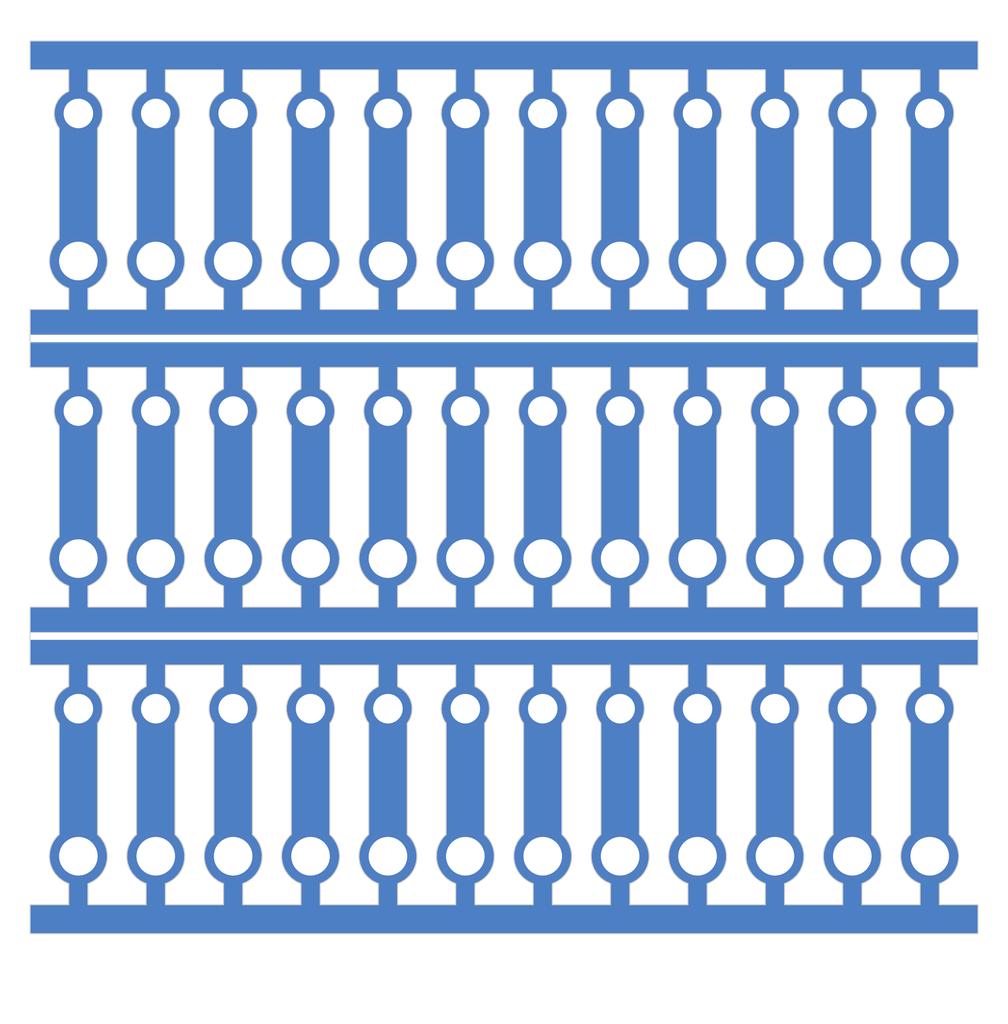
<source format=kicad_pcb>
(kicad_pcb (version 20171130) (host pcbnew "(5.1.10)-1")
  (layers (0 F.Cu signal) (31 B.Cu signal) (34 B.Paste user hide) (35 F.Paste user hide) (36 B.SilkS user) (37 F.SilkS user) (38 B.Mask user) (39 F.Mask user) (44 Edge.Cuts user))
  (net 0 "")
  (net 1 GND)
  (module sanproject-keyboard-part:ShimsSmallHolles (layer F.Cu) (at 93 68.979999)
    (fp_text reference J1)
    (fp_text value Conn_01x01_Male)
    (pad 1 thru_hole circle (at 0 0) (size 4 4) (drill 3.048) (layers *.Cu *.Mask) (net 1 GND))
  )
  (module sanproject-keyboard-part:ShimsSmallHolles (layer F.Cu) (at 85 68.979999)
    (fp_text reference J1)
    (fp_text value Conn_01x01_Male)
    (pad 1 thru_hole circle (at 0 0) (size 4 4) (drill 3.048) (layers *.Cu *.Mask) (net 1 GND))
  )
  (module sanproject-keyboard-part:ShimsSmallHolles (layer F.Cu) (at 77 68.979999)
    (fp_text reference J1)
    (fp_text value Conn_01x01_Male)
    (pad 1 thru_hole circle (at 0 0) (size 4 4) (drill 3.048) (layers *.Cu *.Mask) (net 1 GND))
  )
  (module sanproject-keyboard-part:ShimsSmallHolles (layer F.Cu) (at 69 68.979999)
    (fp_text reference J1)
    (fp_text value Conn_01x01_Male)
    (pad 1 thru_hole circle (at 0 0) (size 4 4) (drill 3.048) (layers *.Cu *.Mask) (net 1 GND))
  )
  (module sanproject-keyboard-part:ShimsSmallHolles (layer F.Cu) (at 61 68.979999)
    (fp_text reference J1)
    (fp_text value Conn_01x01_Male)
    (pad 1 thru_hole circle (at 0 0) (size 4 4) (drill 3.048) (layers *.Cu *.Mask) (net 1 GND))
  )
  (module sanproject-keyboard-part:ShimsSmallHolles (layer F.Cu) (at 53 68.979999)
    (fp_text reference J1)
    (fp_text value Conn_01x01_Male)
    (pad 1 thru_hole circle (at 0 0) (size 4 4) (drill 3.048) (layers *.Cu *.Mask) (net 1 GND))
  )
  (module sanproject-keyboard-part:ShimsSmallHolles (layer F.Cu) (at 45 68.979999)
    (fp_text reference J1)
    (fp_text value Conn_01x01_Male)
    (pad 1 thru_hole circle (at 0 0) (size 4 4) (drill 3.048) (layers *.Cu *.Mask) (net 1 GND))
  )
  (module sanproject-keyboard-part:ShimsSmallHolles (layer F.Cu) (at 37 68.979999)
    (fp_text reference J1)
    (fp_text value Conn_01x01_Male)
    (pad 1 thru_hole circle (at 0 0) (size 4 4) (drill 3.048) (layers *.Cu *.Mask) (net 1 GND))
  )
  (module sanproject-keyboard-part:ShimsSmallHolles (layer F.Cu) (at 29 68.979999)
    (fp_text reference J1)
    (fp_text value Conn_01x01_Male)
    (pad 1 thru_hole circle (at 0 0) (size 4 4) (drill 3.048) (layers *.Cu *.Mask) (net 1 GND))
  )
  (module sanproject-keyboard-part:ShimsSmallHolles (layer F.Cu) (at 21 68.979999)
    (fp_text reference J1)
    (fp_text value Conn_01x01_Male)
    (pad 1 thru_hole circle (at 0 0) (size 4 4) (drill 3.048) (layers *.Cu *.Mask) (net 1 GND))
  )
  (module sanproject-keyboard-part:ShimsSmallHolles (layer F.Cu) (at 13 68.979999)
    (fp_text reference J1)
    (fp_text value Conn_01x01_Male)
    (pad 1 thru_hole circle (at 0 0) (size 4 4) (drill 3.048) (layers *.Cu *.Mask) (net 1 GND))
  )
  (module sanproject-keyboard-part:ShimsSmallHolles (layer F.Cu) (at 5 68.979999)
    (fp_text reference J1)
    (fp_text value Conn_01x01_Male)
    (pad 1 thru_hole circle (at 0 0) (size 4 4) (drill 3.048) (layers *.Cu *.Mask) (net 1 GND))
  )
  (module sanproject-keyboard-part:ShimsSmallHolles (layer F.Cu) (at 93 38.239999)
    (fp_text reference J1)
    (fp_text value Conn_01x01_Male)
    (pad 1 thru_hole circle (at 0 0) (size 4 4) (drill 3.048) (layers *.Cu *.Mask) (net 1 GND))
  )
  (module sanproject-keyboard-part:ShimsSmallHolles (layer F.Cu) (at 85 38.239999)
    (fp_text reference J1)
    (fp_text value Conn_01x01_Male)
    (pad 1 thru_hole circle (at 0 0) (size 4 4) (drill 3.048) (layers *.Cu *.Mask) (net 1 GND))
  )
  (module sanproject-keyboard-part:ShimsSmallHolles (layer F.Cu) (at 77 38.239999)
    (fp_text reference J1)
    (fp_text value Conn_01x01_Male)
    (pad 1 thru_hole circle (at 0 0) (size 4 4) (drill 3.048) (layers *.Cu *.Mask) (net 1 GND))
  )
  (module sanproject-keyboard-part:ShimsSmallHolles (layer F.Cu) (at 69 38.239999)
    (fp_text reference J1)
    (fp_text value Conn_01x01_Male)
    (pad 1 thru_hole circle (at 0 0) (size 4 4) (drill 3.048) (layers *.Cu *.Mask) (net 1 GND))
  )
  (module sanproject-keyboard-part:ShimsSmallHolles (layer F.Cu) (at 61 38.239999)
    (fp_text reference J1)
    (fp_text value Conn_01x01_Male)
    (pad 1 thru_hole circle (at 0 0) (size 4 4) (drill 3.048) (layers *.Cu *.Mask) (net 1 GND))
  )
  (module sanproject-keyboard-part:ShimsSmallHolles (layer F.Cu) (at 53 38.239999)
    (fp_text reference J1)
    (fp_text value Conn_01x01_Male)
    (pad 1 thru_hole circle (at 0 0) (size 4 4) (drill 3.048) (layers *.Cu *.Mask) (net 1 GND))
  )
  (module sanproject-keyboard-part:ShimsSmallHolles (layer F.Cu) (at 45 38.239999)
    (fp_text reference J1)
    (fp_text value Conn_01x01_Male)
    (pad 1 thru_hole circle (at 0 0) (size 4 4) (drill 3.048) (layers *.Cu *.Mask) (net 1 GND))
  )
  (module sanproject-keyboard-part:ShimsSmallHolles (layer F.Cu) (at 37 38.239999)
    (fp_text reference J1)
    (fp_text value Conn_01x01_Male)
    (pad 1 thru_hole circle (at 0 0) (size 4 4) (drill 3.048) (layers *.Cu *.Mask) (net 1 GND))
  )
  (module sanproject-keyboard-part:ShimsSmallHolles (layer F.Cu) (at 29 38.239999)
    (fp_text reference J1)
    (fp_text value Conn_01x01_Male)
    (pad 1 thru_hole circle (at 0 0) (size 4 4) (drill 3.048) (layers *.Cu *.Mask) (net 1 GND))
  )
  (module sanproject-keyboard-part:ShimsSmallHolles (layer F.Cu) (at 21 38.239999)
    (fp_text reference J1)
    (fp_text value Conn_01x01_Male)
    (pad 1 thru_hole circle (at 0 0) (size 4 4) (drill 3.048) (layers *.Cu *.Mask) (net 1 GND))
  )
  (module sanproject-keyboard-part:ShimsSmallHolles (layer F.Cu) (at 13 38.239999)
    (fp_text reference J1)
    (fp_text value Conn_01x01_Male)
    (pad 1 thru_hole circle (at 0 0) (size 4 4) (drill 3.048) (layers *.Cu *.Mask) (net 1 GND))
  )
  (module sanproject-keyboard-part:ShimsSmallHolles (layer F.Cu) (at 5 38.239999)
    (fp_text reference J1)
    (fp_text value Conn_01x01_Male)
    (pad 1 thru_hole circle (at 0 0) (size 4 4) (drill 3.048) (layers *.Cu *.Mask) (net 1 GND))
  )
  (module sanproject-keyboard-part:ShimsSmallHolles (layer F.Cu) (at 93 7.499999)
    (fp_text reference J1)
    (fp_text value Conn_01x01_Male)
    (pad 1 thru_hole circle (at 0 0) (size 4 4) (drill 3.048) (layers *.Cu *.Mask) (net 1 GND))
  )
  (module sanproject-keyboard-part:ShimsSmallHolles (layer F.Cu) (at 85 7.499999)
    (fp_text reference J1)
    (fp_text value Conn_01x01_Male)
    (pad 1 thru_hole circle (at 0 0) (size 4 4) (drill 3.048) (layers *.Cu *.Mask) (net 1 GND))
  )
  (module sanproject-keyboard-part:ShimsSmallHolles (layer F.Cu) (at 77 7.499999)
    (fp_text reference J1)
    (fp_text value Conn_01x01_Male)
    (pad 1 thru_hole circle (at 0 0) (size 4 4) (drill 3.048) (layers *.Cu *.Mask) (net 1 GND))
  )
  (module sanproject-keyboard-part:ShimsSmallHolles (layer F.Cu) (at 69 7.499999)
    (fp_text reference J1)
    (fp_text value Conn_01x01_Male)
    (pad 1 thru_hole circle (at 0 0) (size 4 4) (drill 3.048) (layers *.Cu *.Mask) (net 1 GND))
  )
  (module sanproject-keyboard-part:ShimsSmallHolles (layer F.Cu) (at 61 7.499999)
    (fp_text reference J1)
    (fp_text value Conn_01x01_Male)
    (pad 1 thru_hole circle (at 0 0) (size 4 4) (drill 3.048) (layers *.Cu *.Mask) (net 1 GND))
  )
  (module sanproject-keyboard-part:ShimsSmallHolles (layer F.Cu) (at 53 7.499999)
    (fp_text reference J1)
    (fp_text value Conn_01x01_Male)
    (pad 1 thru_hole circle (at 0 0) (size 4 4) (drill 3.048) (layers *.Cu *.Mask) (net 1 GND))
  )
  (module sanproject-keyboard-part:ShimsSmallHolles (layer F.Cu) (at 45 7.499999)
    (fp_text reference J1)
    (fp_text value Conn_01x01_Male)
    (pad 1 thru_hole circle (at 0 0) (size 4 4) (drill 3.048) (layers *.Cu *.Mask) (net 1 GND))
  )
  (module sanproject-keyboard-part:ShimsSmallHolles (layer F.Cu) (at 37 7.499999)
    (fp_text reference J1)
    (fp_text value Conn_01x01_Male)
    (pad 1 thru_hole circle (at 0 0) (size 4 4) (drill 3.048) (layers *.Cu *.Mask) (net 1 GND))
  )
  (module sanproject-keyboard-part:ShimsSmallHolles (layer F.Cu) (at 29 7.499999)
    (fp_text reference J1)
    (fp_text value Conn_01x01_Male)
    (pad 1 thru_hole circle (at 0 0) (size 4 4) (drill 3.048) (layers *.Cu *.Mask) (net 1 GND))
  )
  (module sanproject-keyboard-part:ShimsSmallHolles (layer F.Cu) (at 21 7.499999)
    (fp_text reference J1)
    (fp_text value Conn_01x01_Male)
    (pad 1 thru_hole circle (at 0 0) (size 4 4) (drill 3.048) (layers *.Cu *.Mask) (net 1 GND))
  )
  (module sanproject-keyboard-part:ShimsSmallHolles (layer F.Cu) (at 13 7.499999)
    (fp_text reference J1)
    (fp_text value Conn_01x01_Male)
    (pad 1 thru_hole circle (at 0 0) (size 4 4) (drill 3.048) (layers *.Cu *.Mask) (net 1 GND))
  )
  (module sanproject-keyboard-part:ShimsBigHolles (layer F.Cu) (at 92.999999 84.22)
    (fp_text reference J2)
    (fp_text value Conn_01x01_Male)
    (pad 1 thru_hole circle (at 0 0) (size 4.75 4.75) (drill 3.987798) (layers *.Cu *.Mask) (net 1 GND))
  )
  (module sanproject-keyboard-part:ShimsBigHolles (layer F.Cu) (at 84.999999 84.22)
    (fp_text reference J2)
    (fp_text value Conn_01x01_Male)
    (pad 1 thru_hole circle (at 0 0) (size 4.75 4.75) (drill 3.987798) (layers *.Cu *.Mask) (net 1 GND))
  )
  (module sanproject-keyboard-part:ShimsBigHolles (layer F.Cu) (at 76.999999 84.22)
    (fp_text reference J2)
    (fp_text value Conn_01x01_Male)
    (pad 1 thru_hole circle (at 0 0) (size 4.75 4.75) (drill 3.987798) (layers *.Cu *.Mask) (net 1 GND))
  )
  (module sanproject-keyboard-part:ShimsBigHolles (layer F.Cu) (at 68.999999 84.22)
    (fp_text reference J2)
    (fp_text value Conn_01x01_Male)
    (pad 1 thru_hole circle (at 0 0) (size 4.75 4.75) (drill 3.987798) (layers *.Cu *.Mask) (net 1 GND))
  )
  (module sanproject-keyboard-part:ShimsBigHolles (layer F.Cu) (at 60.999999 84.22)
    (fp_text reference J2)
    (fp_text value Conn_01x01_Male)
    (pad 1 thru_hole circle (at 0 0) (size 4.75 4.75) (drill 3.987798) (layers *.Cu *.Mask) (net 1 GND))
  )
  (module sanproject-keyboard-part:ShimsBigHolles (layer F.Cu) (at 52.999999 84.22)
    (fp_text reference J2)
    (fp_text value Conn_01x01_Male)
    (pad 1 thru_hole circle (at 0 0) (size 4.75 4.75) (drill 3.987798) (layers *.Cu *.Mask) (net 1 GND))
  )
  (module sanproject-keyboard-part:ShimsBigHolles (layer F.Cu) (at 44.999999 84.22)
    (fp_text reference J2)
    (fp_text value Conn_01x01_Male)
    (pad 1 thru_hole circle (at 0 0) (size 4.75 4.75) (drill 3.987798) (layers *.Cu *.Mask) (net 1 GND))
  )
  (module sanproject-keyboard-part:ShimsBigHolles (layer F.Cu) (at 36.999999 84.22)
    (fp_text reference J2)
    (fp_text value Conn_01x01_Male)
    (pad 1 thru_hole circle (at 0 0) (size 4.75 4.75) (drill 3.987798) (layers *.Cu *.Mask) (net 1 GND))
  )
  (module sanproject-keyboard-part:ShimsBigHolles (layer F.Cu) (at 28.999999 84.22)
    (fp_text reference J2)
    (fp_text value Conn_01x01_Male)
    (pad 1 thru_hole circle (at 0 0) (size 4.75 4.75) (drill 3.987798) (layers *.Cu *.Mask) (net 1 GND))
  )
  (module sanproject-keyboard-part:ShimsBigHolles (layer F.Cu) (at 20.999999 84.22)
    (fp_text reference J2)
    (fp_text value Conn_01x01_Male)
    (pad 1 thru_hole circle (at 0 0) (size 4.75 4.75) (drill 3.987798) (layers *.Cu *.Mask) (net 1 GND))
  )
  (module sanproject-keyboard-part:ShimsBigHolles (layer F.Cu) (at 12.999999 84.22)
    (fp_text reference J2)
    (fp_text value Conn_01x01_Male)
    (pad 1 thru_hole circle (at 0 0) (size 4.75 4.75) (drill 3.987798) (layers *.Cu *.Mask) (net 1 GND))
  )
  (module sanproject-keyboard-part:ShimsBigHolles (layer F.Cu) (at 4.999999 84.22)
    (fp_text reference J2)
    (fp_text value Conn_01x01_Male)
    (pad 1 thru_hole circle (at 0 0) (size 4.75 4.75) (drill 3.987798) (layers *.Cu *.Mask) (net 1 GND))
  )
  (module sanproject-keyboard-part:ShimsBigHolles (layer F.Cu) (at 92.999999 53.48)
    (fp_text reference J2)
    (fp_text value Conn_01x01_Male)
    (pad 1 thru_hole circle (at 0 0) (size 4.75 4.75) (drill 3.987798) (layers *.Cu *.Mask) (net 1 GND))
  )
  (module sanproject-keyboard-part:ShimsBigHolles (layer F.Cu) (at 84.999999 53.48)
    (fp_text reference J2)
    (fp_text value Conn_01x01_Male)
    (pad 1 thru_hole circle (at 0 0) (size 4.75 4.75) (drill 3.987798) (layers *.Cu *.Mask) (net 1 GND))
  )
  (module sanproject-keyboard-part:ShimsBigHolles (layer F.Cu) (at 76.999999 53.48)
    (fp_text reference J2)
    (fp_text value Conn_01x01_Male)
    (pad 1 thru_hole circle (at 0 0) (size 4.75 4.75) (drill 3.987798) (layers *.Cu *.Mask) (net 1 GND))
  )
  (module sanproject-keyboard-part:ShimsBigHolles (layer F.Cu) (at 68.999999 53.48)
    (fp_text reference J2)
    (fp_text value Conn_01x01_Male)
    (pad 1 thru_hole circle (at 0 0) (size 4.75 4.75) (drill 3.987798) (layers *.Cu *.Mask) (net 1 GND))
  )
  (module sanproject-keyboard-part:ShimsBigHolles (layer F.Cu) (at 60.999999 53.48)
    (fp_text reference J2)
    (fp_text value Conn_01x01_Male)
    (pad 1 thru_hole circle (at 0 0) (size 4.75 4.75) (drill 3.987798) (layers *.Cu *.Mask) (net 1 GND))
  )
  (module sanproject-keyboard-part:ShimsBigHolles (layer F.Cu) (at 52.999999 53.48)
    (fp_text reference J2)
    (fp_text value Conn_01x01_Male)
    (pad 1 thru_hole circle (at 0 0) (size 4.75 4.75) (drill 3.987798) (layers *.Cu *.Mask) (net 1 GND))
  )
  (module sanproject-keyboard-part:ShimsBigHolles (layer F.Cu) (at 44.999999 53.48)
    (fp_text reference J2)
    (fp_text value Conn_01x01_Male)
    (pad 1 thru_hole circle (at 0 0) (size 4.75 4.75) (drill 3.987798) (layers *.Cu *.Mask) (net 1 GND))
  )
  (module sanproject-keyboard-part:ShimsBigHolles (layer F.Cu) (at 36.999999 53.48)
    (fp_text reference J2)
    (fp_text value Conn_01x01_Male)
    (pad 1 thru_hole circle (at 0 0) (size 4.75 4.75) (drill 3.987798) (layers *.Cu *.Mask) (net 1 GND))
  )
  (module sanproject-keyboard-part:ShimsBigHolles (layer F.Cu) (at 28.999999 53.48)
    (fp_text reference J2)
    (fp_text value Conn_01x01_Male)
    (pad 1 thru_hole circle (at 0 0) (size 4.75 4.75) (drill 3.987798) (layers *.Cu *.Mask) (net 1 GND))
  )
  (module sanproject-keyboard-part:ShimsBigHolles (layer F.Cu) (at 20.999999 53.48)
    (fp_text reference J2)
    (fp_text value Conn_01x01_Male)
    (pad 1 thru_hole circle (at 0 0) (size 4.75 4.75) (drill 3.987798) (layers *.Cu *.Mask) (net 1 GND))
  )
  (module sanproject-keyboard-part:ShimsBigHolles (layer F.Cu) (at 12.999999 53.48)
    (fp_text reference J2)
    (fp_text value Conn_01x01_Male)
    (pad 1 thru_hole circle (at 0 0) (size 4.75 4.75) (drill 3.987798) (layers *.Cu *.Mask) (net 1 GND))
  )
  (module sanproject-keyboard-part:ShimsBigHolles (layer F.Cu) (at 4.999999 53.48)
    (fp_text reference J2)
    (fp_text value Conn_01x01_Male)
    (pad 1 thru_hole circle (at 0 0) (size 4.75 4.75) (drill 3.987798) (layers *.Cu *.Mask) (net 1 GND))
  )
  (module sanproject-keyboard-part:ShimsBigHolles (layer F.Cu) (at 92.999999 22.74)
    (fp_text reference J2)
    (fp_text value Conn_01x01_Male)
    (pad 1 thru_hole circle (at 0 0) (size 4.75 4.75) (drill 3.987798) (layers *.Cu *.Mask) (net 1 GND))
  )
  (module sanproject-keyboard-part:ShimsBigHolles (layer F.Cu) (at 84.999999 22.74)
    (fp_text reference J2)
    (fp_text value Conn_01x01_Male)
    (pad 1 thru_hole circle (at 0 0) (size 4.75 4.75) (drill 3.987798) (layers *.Cu *.Mask) (net 1 GND))
  )
  (module sanproject-keyboard-part:ShimsBigHolles (layer F.Cu) (at 76.999999 22.74)
    (fp_text reference J2)
    (fp_text value Conn_01x01_Male)
    (pad 1 thru_hole circle (at 0 0) (size 4.75 4.75) (drill 3.987798) (layers *.Cu *.Mask) (net 1 GND))
  )
  (module sanproject-keyboard-part:ShimsBigHolles (layer F.Cu) (at 68.999999 22.74)
    (fp_text reference J2)
    (fp_text value Conn_01x01_Male)
    (pad 1 thru_hole circle (at 0 0) (size 4.75 4.75) (drill 3.987798) (layers *.Cu *.Mask) (net 1 GND))
  )
  (module sanproject-keyboard-part:ShimsBigHolles (layer F.Cu) (at 60.999999 22.74)
    (fp_text reference J2)
    (fp_text value Conn_01x01_Male)
    (pad 1 thru_hole circle (at 0 0) (size 4.75 4.75) (drill 3.987798) (layers *.Cu *.Mask) (net 1 GND))
  )
  (module sanproject-keyboard-part:ShimsBigHolles (layer F.Cu) (at 52.999999 22.74)
    (fp_text reference J2)
    (fp_text value Conn_01x01_Male)
    (pad 1 thru_hole circle (at 0 0) (size 4.75 4.75) (drill 3.987798) (layers *.Cu *.Mask) (net 1 GND))
  )
  (module sanproject-keyboard-part:ShimsBigHolles (layer F.Cu) (at 44.999999 22.74)
    (fp_text reference J2)
    (fp_text value Conn_01x01_Male)
    (pad 1 thru_hole circle (at 0 0) (size 4.75 4.75) (drill 3.987798) (layers *.Cu *.Mask) (net 1 GND))
  )
  (module sanproject-keyboard-part:ShimsBigHolles (layer F.Cu) (at 36.999999 22.74)
    (fp_text reference J2)
    (fp_text value Conn_01x01_Male)
    (pad 1 thru_hole circle (at 0 0) (size 4.75 4.75) (drill 3.987798) (layers *.Cu *.Mask) (net 1 GND))
  )
  (module sanproject-keyboard-part:ShimsBigHolles (layer F.Cu) (at 28.999999 22.74)
    (fp_text reference J2)
    (fp_text value Conn_01x01_Male)
    (pad 1 thru_hole circle (at 0 0) (size 4.75 4.75) (drill 3.987798) (layers *.Cu *.Mask) (net 1 GND))
  )
  (module sanproject-keyboard-part:ShimsBigHolles (layer F.Cu) (at 20.999999 22.74)
    (fp_text reference J2)
    (fp_text value Conn_01x01_Male)
    (pad 1 thru_hole circle (at 0 0) (size 4.75 4.75) (drill 3.987798) (layers *.Cu *.Mask) (net 1 GND))
  )
  (module sanproject-keyboard-part:ShimsBigHolles (layer F.Cu) (at 12.999999 22.74)
    (fp_text reference J2)
    (fp_text value Conn_01x01_Male)
    (pad 1 thru_hole circle (at 0 0) (size 4.75 4.75) (drill 3.987798) (layers *.Cu *.Mask) (net 1 GND))
  )
  (module sanproject-keyboard-part:ShimsSmallHolles (layer F.Cu) (at 5 7.499999)
    (fp_text reference J1)
    (fp_text value Conn_01x01_Male)
    (pad 1 thru_hole circle (at 0 0) (size 4 4) (drill 3.048) (layers *.Cu *.Mask) (net 1 GND))
  )
  (module sanproject-keyboard-part:ShimsBigHolles (layer F.Cu) (at 4.999999 22.74)
    (fp_text reference J2)
    (fp_text value Conn_01x01_Male)
    (pad 1 thru_hole circle (at 0 0) (size 4.75 4.75) (drill 3.987798) (layers *.Cu *.Mask) (net 1 GND))
  )
  (gr_line (start 11.0061 81.97849) (end 11.0061 70.488099) (layer Edge.Cuts) (width 0.1))
  (gr_arc (start 13 84.219999) (end 11.0061 81.97849) (angle -118.8745775) (layer Edge.Cuts) (width 0.1))
  (gr_line (start 12 89.219999) (end 12 87.048427) (layer Edge.Cuts) (width 0.1))
  (gr_line (start 6 89.219999) (end 12 89.219999) (layer Edge.Cuts) (width 0.1))
  (gr_line (start 6 87.048427) (end 6 89.219999) (layer Edge.Cuts) (width 0.1))
  (gr_arc (start 5 84.219999) (end 6 87.048427) (angle -118.8745775) (layer Edge.Cuts) (width 0.1))
  (gr_line (start 6.993899 70.488099) (end 6.993899 81.97849) (layer Edge.Cuts) (width 0.1))
  (gr_arc (start 5 68.979999) (end 6.993899 70.488099) (angle -103.5240943) (layer Edge.Cuts) (width 0.1))
  (gr_line (start 6 64.479999) (end 6 66.688712) (layer Edge.Cuts) (width 0.1))
  (gr_line (start 12 64.479999) (end 6 64.479999) (layer Edge.Cuts) (width 0.1))
  (gr_line (start 12 66.688712) (end 12 64.479999) (layer Edge.Cuts) (width 0.1))
  (gr_arc (start 13 68.979999) (end 12 66.688712) (angle -103.5240943) (layer Edge.Cuts) (width 0.1))
  (gr_line (start 19.0061 81.97849) (end 19.0061 70.488099) (layer Edge.Cuts) (width 0.1))
  (gr_arc (start 21 84.219999) (end 19.0061 81.97849) (angle -118.8745775) (layer Edge.Cuts) (width 0.1))
  (gr_line (start 20 89.219999) (end 20 87.048427) (layer Edge.Cuts) (width 0.1))
  (gr_line (start 14 89.219999) (end 20 89.219999) (layer Edge.Cuts) (width 0.1))
  (gr_line (start 14 87.048427) (end 14 89.219999) (layer Edge.Cuts) (width 0.1))
  (gr_arc (start 13 84.219999) (end 14 87.048427) (angle -118.8745775) (layer Edge.Cuts) (width 0.1))
  (gr_line (start 14.993899 70.488099) (end 14.993899 81.97849) (layer Edge.Cuts) (width 0.1))
  (gr_arc (start 13 68.979999) (end 14.993899 70.488099) (angle -103.5240943) (layer Edge.Cuts) (width 0.1))
  (gr_line (start 14 64.479999) (end 14 66.688712) (layer Edge.Cuts) (width 0.1))
  (gr_line (start 20 64.479999) (end 14 64.479999) (layer Edge.Cuts) (width 0.1))
  (gr_line (start 20 66.688712) (end 20 64.479999) (layer Edge.Cuts) (width 0.1))
  (gr_arc (start 21 68.979999) (end 20 66.688712) (angle -103.5240943) (layer Edge.Cuts) (width 0.1))
  (gr_line (start 27.0061 81.97849) (end 27.0061 70.488099) (layer Edge.Cuts) (width 0.1))
  (gr_arc (start 29 84.219999) (end 27.0061 81.97849) (angle -118.8745775) (layer Edge.Cuts) (width 0.1))
  (gr_line (start 28 89.219999) (end 28 87.048427) (layer Edge.Cuts) (width 0.1))
  (gr_line (start 22 89.219999) (end 28 89.219999) (layer Edge.Cuts) (width 0.1))
  (gr_line (start 22 87.048427) (end 22 89.219999) (layer Edge.Cuts) (width 0.1))
  (gr_arc (start 21 84.219999) (end 22 87.048427) (angle -118.8745775) (layer Edge.Cuts) (width 0.1))
  (gr_line (start 22.993899 70.488099) (end 22.993899 81.97849) (layer Edge.Cuts) (width 0.1))
  (gr_arc (start 21 68.979999) (end 22.993899 70.488099) (angle -103.5240943) (layer Edge.Cuts) (width 0.1))
  (gr_line (start 22 64.479999) (end 22 66.688712) (layer Edge.Cuts) (width 0.1))
  (gr_line (start 28 64.479999) (end 22 64.479999) (layer Edge.Cuts) (width 0.1))
  (gr_line (start 28 66.688712) (end 28 64.479999) (layer Edge.Cuts) (width 0.1))
  (gr_arc (start 29 68.979999) (end 28 66.688712) (angle -103.5240943) (layer Edge.Cuts) (width 0.1))
  (gr_line (start 35.0061 81.97849) (end 35.0061 70.488099) (layer Edge.Cuts) (width 0.1))
  (gr_arc (start 36.999999 84.219999) (end 35.0061 81.97849) (angle -118.8745775) (layer Edge.Cuts) (width 0.1))
  (gr_line (start 36 89.219999) (end 36 87.048427) (layer Edge.Cuts) (width 0.1))
  (gr_line (start 30 89.219999) (end 36 89.219999) (layer Edge.Cuts) (width 0.1))
  (gr_line (start 30 87.048427) (end 30 89.219999) (layer Edge.Cuts) (width 0.1))
  (gr_arc (start 29 84.219999) (end 30 87.048427) (angle -118.8745775) (layer Edge.Cuts) (width 0.1))
  (gr_line (start 30.993899 70.488099) (end 30.993899 81.97849) (layer Edge.Cuts) (width 0.1))
  (gr_arc (start 29 68.979999) (end 30.993899 70.488099) (angle -103.5240943) (layer Edge.Cuts) (width 0.1))
  (gr_line (start 30 64.479999) (end 29.999999 66.688712) (layer Edge.Cuts) (width 0.1))
  (gr_line (start 36 64.479999) (end 30 64.479999) (layer Edge.Cuts) (width 0.1))
  (gr_line (start 36 66.688712) (end 36 64.479999) (layer Edge.Cuts) (width 0.1))
  (gr_arc (start 37 68.979999) (end 36 66.688712) (angle -103.5240943) (layer Edge.Cuts) (width 0.1))
  (gr_line (start 43.0061 81.97849) (end 43.0061 70.488099) (layer Edge.Cuts) (width 0.1))
  (gr_arc (start 45 84.219999) (end 43.0061 81.97849) (angle -118.8745775) (layer Edge.Cuts) (width 0.1))
  (gr_line (start 44 89.219999) (end 44 87.048427) (layer Edge.Cuts) (width 0.1))
  (gr_line (start 38 89.219999) (end 44 89.219999) (layer Edge.Cuts) (width 0.1))
  (gr_line (start 38 87.048427) (end 38 89.219999) (layer Edge.Cuts) (width 0.1))
  (gr_arc (start 37 84.219999) (end 38 87.048427) (angle -118.8745775) (layer Edge.Cuts) (width 0.1))
  (gr_line (start 38.9939 70.488099) (end 38.9939 81.97849) (layer Edge.Cuts) (width 0.1))
  (gr_arc (start 37 68.979999) (end 38.9939 70.488099) (angle -103.5240943) (layer Edge.Cuts) (width 0.1))
  (gr_line (start 38 64.479999) (end 38 66.688712) (layer Edge.Cuts) (width 0.1))
  (gr_line (start 44 64.479999) (end 38 64.479999) (layer Edge.Cuts) (width 0.1))
  (gr_line (start 44 66.688712) (end 44 64.479999) (layer Edge.Cuts) (width 0.1))
  (gr_arc (start 44.999999 68.979999) (end 44 66.688712) (angle -103.5240943) (layer Edge.Cuts) (width 0.1))
  (gr_line (start 51.0061 81.97849) (end 51.0061 70.488099) (layer Edge.Cuts) (width 0.1))
  (gr_arc (start 53 84.219999) (end 51.0061 81.97849) (angle -118.8745775) (layer Edge.Cuts) (width 0.1))
  (gr_line (start 52 89.219999) (end 52 87.048427) (layer Edge.Cuts) (width 0.1))
  (gr_line (start 46 89.219999) (end 52 89.219999) (layer Edge.Cuts) (width 0.1))
  (gr_line (start 46 87.048427) (end 46 89.219999) (layer Edge.Cuts) (width 0.1))
  (gr_arc (start 45 84.219999) (end 46 87.048427) (angle -118.8745775) (layer Edge.Cuts) (width 0.1))
  (gr_line (start 46.9939 70.488099) (end 46.9939 81.97849) (layer Edge.Cuts) (width 0.1))
  (gr_arc (start 45 68.979999) (end 46.9939 70.488099) (angle -103.5240943) (layer Edge.Cuts) (width 0.1))
  (gr_line (start 46 64.479999) (end 46 66.688712) (layer Edge.Cuts) (width 0.1))
  (gr_line (start 52 64.479999) (end 46 64.479999) (layer Edge.Cuts) (width 0.1))
  (gr_line (start 52 66.688712) (end 52 64.479999) (layer Edge.Cuts) (width 0.1))
  (gr_arc (start 53 68.979999) (end 52 66.688712) (angle -103.5240943) (layer Edge.Cuts) (width 0.1))
  (gr_line (start 59.0061 81.97849) (end 59.0061 70.488099) (layer Edge.Cuts) (width 0.1))
  (gr_arc (start 61 84.219999) (end 59.0061 81.97849) (angle -118.8745775) (layer Edge.Cuts) (width 0.1))
  (gr_line (start 60 89.219999) (end 60 87.048427) (layer Edge.Cuts) (width 0.1))
  (gr_line (start 54 89.219999) (end 60 89.219999) (layer Edge.Cuts) (width 0.1))
  (gr_line (start 54 87.048427) (end 54 89.219999) (layer Edge.Cuts) (width 0.1))
  (gr_arc (start 53 84.219999) (end 54 87.048427) (angle -118.8745775) (layer Edge.Cuts) (width 0.1))
  (gr_line (start 54.9939 70.488099) (end 54.9939 81.97849) (layer Edge.Cuts) (width 0.1))
  (gr_arc (start 53 68.979999) (end 54.9939 70.488099) (angle -103.5240943) (layer Edge.Cuts) (width 0.1))
  (gr_line (start 54 64.479999) (end 54 66.688712) (layer Edge.Cuts) (width 0.1))
  (gr_line (start 60 64.479999) (end 54 64.479999) (layer Edge.Cuts) (width 0.1))
  (gr_line (start 60 66.688712) (end 60 64.479999) (layer Edge.Cuts) (width 0.1))
  (gr_arc (start 61 68.979999) (end 60 66.688712) (angle -103.5240943) (layer Edge.Cuts) (width 0.1))
  (gr_line (start 67.0061 81.97849) (end 67.0061 70.488099) (layer Edge.Cuts) (width 0.1))
  (gr_arc (start 69 84.219999) (end 67.0061 81.97849) (angle -118.8745775) (layer Edge.Cuts) (width 0.1))
  (gr_line (start 68 89.219999) (end 68 87.048427) (layer Edge.Cuts) (width 0.1))
  (gr_line (start 62 89.219999) (end 68 89.219999) (layer Edge.Cuts) (width 0.1))
  (gr_line (start 62 87.048427) (end 62 89.219999) (layer Edge.Cuts) (width 0.1))
  (gr_arc (start 61 84.219999) (end 62 87.048427) (angle -118.8745775) (layer Edge.Cuts) (width 0.1))
  (gr_line (start 62.9939 70.488099) (end 62.9939 81.97849) (layer Edge.Cuts) (width 0.1))
  (gr_arc (start 61 68.979999) (end 62.9939 70.488099) (angle -103.5240943) (layer Edge.Cuts) (width 0.1))
  (gr_line (start 62 64.479999) (end 62 66.688712) (layer Edge.Cuts) (width 0.1))
  (gr_line (start 68 64.479999) (end 62 64.479999) (layer Edge.Cuts) (width 0.1))
  (gr_line (start 68 66.688712) (end 68 64.479999) (layer Edge.Cuts) (width 0.1))
  (gr_arc (start 69 68.979999) (end 68 66.688712) (angle -103.5240943) (layer Edge.Cuts) (width 0.1))
  (gr_line (start 75.0061 81.97849) (end 75.0061 70.488099) (layer Edge.Cuts) (width 0.1))
  (gr_arc (start 77 84.219999) (end 75.0061 81.97849) (angle -118.8745775) (layer Edge.Cuts) (width 0.1))
  (gr_line (start 76 89.219999) (end 76 87.048427) (layer Edge.Cuts) (width 0.1))
  (gr_line (start 70 89.219999) (end 76 89.219999) (layer Edge.Cuts) (width 0.1))
  (gr_line (start 70 87.048427) (end 70 89.219999) (layer Edge.Cuts) (width 0.1))
  (gr_arc (start 69 84.219999) (end 70 87.048427) (angle -118.8745775) (layer Edge.Cuts) (width 0.1))
  (gr_line (start 70.9939 70.488099) (end 70.9939 81.97849) (layer Edge.Cuts) (width 0.1))
  (gr_arc (start 69 68.979999) (end 70.9939 70.488099) (angle -103.5240943) (layer Edge.Cuts) (width 0.1))
  (gr_line (start 70 64.479999) (end 70 66.688712) (layer Edge.Cuts) (width 0.1))
  (gr_line (start 76 64.479999) (end 70 64.479999) (layer Edge.Cuts) (width 0.1))
  (gr_line (start 76 66.688712) (end 76 64.479999) (layer Edge.Cuts) (width 0.1))
  (gr_arc (start 77 68.979999) (end 76 66.688712) (angle -103.5240943) (layer Edge.Cuts) (width 0.1))
  (gr_line (start 83.0061 81.97849) (end 83.0061 70.488099) (layer Edge.Cuts) (width 0.1))
  (gr_arc (start 85 84.219999) (end 83.0061 81.97849) (angle -118.8745775) (layer Edge.Cuts) (width 0.1))
  (gr_line (start 84 89.219999) (end 84 87.048427) (layer Edge.Cuts) (width 0.1))
  (gr_line (start 78 89.219999) (end 84 89.219999) (layer Edge.Cuts) (width 0.1))
  (gr_line (start 78 87.048427) (end 78 89.219999) (layer Edge.Cuts) (width 0.1))
  (gr_arc (start 77 84.219999) (end 78 87.048427) (angle -118.8745775) (layer Edge.Cuts) (width 0.1))
  (gr_line (start 78.9939 70.488099) (end 78.9939 81.97849) (layer Edge.Cuts) (width 0.1))
  (gr_arc (start 77 68.979999) (end 78.9939 70.488099) (angle -103.5240943) (layer Edge.Cuts) (width 0.1))
  (gr_line (start 78 64.479999) (end 78 66.688712) (layer Edge.Cuts) (width 0.1))
  (gr_line (start 78.397501 64.479999) (end 78 64.479999) (layer Edge.Cuts) (width 0.1))
  (gr_line (start 84 64.479999) (end 78.397501 64.479999) (layer Edge.Cuts) (width 0.1))
  (gr_line (start 84 66.688712) (end 84 64.479999) (layer Edge.Cuts) (width 0.1))
  (gr_arc (start 85 68.979999) (end 84 66.688712) (angle -103.5240943) (layer Edge.Cuts) (width 0.1))
  (gr_line (start 91.0061 81.97849) (end 91.0061 70.488099) (layer Edge.Cuts) (width 0.1))
  (gr_arc (start 93 84.219999) (end 91.0061 81.97849) (angle -118.8745775) (layer Edge.Cuts) (width 0.1))
  (gr_line (start 92 89.219999) (end 92 87.048427) (layer Edge.Cuts) (width 0.1))
  (gr_line (start 86 89.219999) (end 92 89.219999) (layer Edge.Cuts) (width 0.1))
  (gr_line (start 86 87.048427) (end 86 89.219999) (layer Edge.Cuts) (width 0.1))
  (gr_arc (start 85 84.219999) (end 86 87.048427) (angle -118.8745775) (layer Edge.Cuts) (width 0.1))
  (gr_line (start 86.9939 70.488099) (end 86.9939 81.97849) (layer Edge.Cuts) (width 0.1))
  (gr_arc (start 85 68.979999) (end 86.9939 70.488099) (angle -103.5240943) (layer Edge.Cuts) (width 0.1))
  (gr_line (start 86 64.479999) (end 86 66.688712) (layer Edge.Cuts) (width 0.1))
  (gr_line (start 92 64.479999) (end 86 64.479999) (layer Edge.Cuts) (width 0.1))
  (gr_line (start 92 66.688712) (end 92 64.479999) (layer Edge.Cuts) (width 0.1))
  (gr_arc (start 93 68.979999) (end 92 66.688712) (angle -103.5240943) (layer Edge.Cuts) (width 0.1))
  (gr_arc (start 85 38.239999) (end 86.9939 39.748099) (angle -103.5240943) (layer Edge.Cuts) (width 0.1))
  (gr_line (start 86.9939 51.23849) (end 86.9939 39.748099) (layer Edge.Cuts) (width 0.1))
  (gr_arc (start 85 53.479999) (end 86 56.308427) (angle -118.8745775) (layer Edge.Cuts) (width 0.1))
  (gr_line (start 86 58.479999) (end 86 56.308427) (layer Edge.Cuts) (width 0.1))
  (gr_line (start 92 58.479999) (end 86 58.479999) (layer Edge.Cuts) (width 0.1))
  (gr_line (start 92 56.308427) (end 92 58.479999) (layer Edge.Cuts) (width 0.1))
  (gr_arc (start 93 53.479999) (end 91.0061 51.23849) (angle -118.8745775) (layer Edge.Cuts) (width 0.1))
  (gr_line (start 91.0061 39.748099) (end 91.0061 51.23849) (layer Edge.Cuts) (width 0.1))
  (gr_arc (start 93 38.239999) (end 92 35.948712) (angle -103.5240943) (layer Edge.Cuts) (width 0.1))
  (gr_line (start 92 33.739999) (end 92 35.948712) (layer Edge.Cuts) (width 0.1))
  (gr_line (start 86 33.739999) (end 92 33.739999) (layer Edge.Cuts) (width 0.1))
  (gr_line (start 86 35.948712) (end 86 33.739999) (layer Edge.Cuts) (width 0.1))
  (gr_arc (start 77 38.239999) (end 78.9939 39.748099) (angle -103.5240943) (layer Edge.Cuts) (width 0.1))
  (gr_line (start 78.9939 51.23849) (end 78.9939 39.748099) (layer Edge.Cuts) (width 0.1))
  (gr_arc (start 77 53.479999) (end 78 56.308427) (angle -118.8745775) (layer Edge.Cuts) (width 0.1))
  (gr_line (start 78 58.479999) (end 78 56.308427) (layer Edge.Cuts) (width 0.1))
  (gr_line (start 84 58.479999) (end 78 58.479999) (layer Edge.Cuts) (width 0.1))
  (gr_line (start 84 56.308427) (end 84 58.479999) (layer Edge.Cuts) (width 0.1))
  (gr_arc (start 85 53.479999) (end 83.0061 51.23849) (angle -118.8745775) (layer Edge.Cuts) (width 0.1))
  (gr_line (start 83.0061 39.748099) (end 83.0061 51.23849) (layer Edge.Cuts) (width 0.1))
  (gr_arc (start 85 38.239999) (end 84 35.948712) (angle -103.5240943) (layer Edge.Cuts) (width 0.1))
  (gr_line (start 84 33.739999) (end 84 35.948712) (layer Edge.Cuts) (width 0.1))
  (gr_line (start 78.397501 33.739999) (end 84 33.739999) (layer Edge.Cuts) (width 0.1))
  (gr_line (start 78 33.739999) (end 78.397501 33.739999) (layer Edge.Cuts) (width 0.1))
  (gr_line (start 78 35.948712) (end 78 33.739999) (layer Edge.Cuts) (width 0.1))
  (gr_arc (start 69 38.239999) (end 70.9939 39.748099) (angle -103.5240943) (layer Edge.Cuts) (width 0.1))
  (gr_line (start 70.9939 51.23849) (end 70.9939 39.748099) (layer Edge.Cuts) (width 0.1))
  (gr_arc (start 69 53.479999) (end 70 56.308427) (angle -118.8745775) (layer Edge.Cuts) (width 0.1))
  (gr_line (start 70 58.479999) (end 70 56.308427) (layer Edge.Cuts) (width 0.1))
  (gr_line (start 76 58.479999) (end 70 58.479999) (layer Edge.Cuts) (width 0.1))
  (gr_line (start 76 56.308427) (end 76 58.479999) (layer Edge.Cuts) (width 0.1))
  (gr_arc (start 77 53.479999) (end 75.0061 51.23849) (angle -118.8745775) (layer Edge.Cuts) (width 0.1))
  (gr_line (start 75.0061 39.748099) (end 75.0061 51.23849) (layer Edge.Cuts) (width 0.1))
  (gr_arc (start 76.999999 38.239999) (end 76 35.948712) (angle -103.5240943) (layer Edge.Cuts) (width 0.1))
  (gr_line (start 76 33.739999) (end 76 35.948712) (layer Edge.Cuts) (width 0.1))
  (gr_line (start 70 33.739999) (end 76 33.739999) (layer Edge.Cuts) (width 0.1))
  (gr_line (start 70 35.948712) (end 70 33.739999) (layer Edge.Cuts) (width 0.1))
  (gr_arc (start 61 38.239999) (end 62.9939 39.748099) (angle -103.5240943) (layer Edge.Cuts) (width 0.1))
  (gr_line (start 62.9939 51.23849) (end 62.9939 39.748099) (layer Edge.Cuts) (width 0.1))
  (gr_arc (start 61 53.479999) (end 62 56.308427) (angle -118.8745775) (layer Edge.Cuts) (width 0.1))
  (gr_line (start 62 58.479999) (end 62 56.308427) (layer Edge.Cuts) (width 0.1))
  (gr_line (start 68 58.479999) (end 62 58.479999) (layer Edge.Cuts) (width 0.1))
  (gr_line (start 68 56.308427) (end 68 58.479999) (layer Edge.Cuts) (width 0.1))
  (gr_arc (start 69 53.479999) (end 67.0061 51.23849) (angle -118.8745775) (layer Edge.Cuts) (width 0.1))
  (gr_line (start 67.0061 39.748099) (end 67.0061 51.23849) (layer Edge.Cuts) (width 0.1))
  (gr_arc (start 69 38.239999) (end 68 35.948712) (angle -103.5240943) (layer Edge.Cuts) (width 0.1))
  (gr_line (start 68 33.739999) (end 68 35.948712) (layer Edge.Cuts) (width 0.1))
  (gr_line (start 62 33.739999) (end 68 33.739999) (layer Edge.Cuts) (width 0.1))
  (gr_line (start 62 35.948712) (end 62 33.739999) (layer Edge.Cuts) (width 0.1))
  (gr_arc (start 53 38.239999) (end 54.9939 39.748099) (angle -103.5240943) (layer Edge.Cuts) (width 0.1))
  (gr_line (start 54.9939 51.23849) (end 54.9939 39.748099) (layer Edge.Cuts) (width 0.1))
  (gr_arc (start 53 53.479999) (end 54 56.308427) (angle -118.8745775) (layer Edge.Cuts) (width 0.1))
  (gr_line (start 54 58.479999) (end 54 56.308427) (layer Edge.Cuts) (width 0.1))
  (gr_line (start 60 58.479999) (end 54 58.479999) (layer Edge.Cuts) (width 0.1))
  (gr_line (start 60 56.308427) (end 60 58.479999) (layer Edge.Cuts) (width 0.1))
  (gr_arc (start 61 53.479999) (end 59.0061 51.23849) (angle -118.8745775) (layer Edge.Cuts) (width 0.1))
  (gr_line (start 59.0061 39.748099) (end 59.0061 51.23849) (layer Edge.Cuts) (width 0.1))
  (gr_arc (start 61 38.239999) (end 60 35.948712) (angle -103.5240943) (layer Edge.Cuts) (width 0.1))
  (gr_line (start 60 33.739999) (end 60 35.948712) (layer Edge.Cuts) (width 0.1))
  (gr_line (start 54 33.739999) (end 60 33.739999) (layer Edge.Cuts) (width 0.1))
  (gr_line (start 54 35.948712) (end 54 33.739999) (layer Edge.Cuts) (width 0.1))
  (gr_arc (start 45 38.239999) (end 46.9939 39.748099) (angle -103.5240943) (layer Edge.Cuts) (width 0.1))
  (gr_line (start 46.9939 51.23849) (end 46.9939 39.748099) (layer Edge.Cuts) (width 0.1))
  (gr_arc (start 45 53.479999) (end 46 56.308427) (angle -118.8745775) (layer Edge.Cuts) (width 0.1))
  (gr_line (start 46 58.479999) (end 46 56.308427) (layer Edge.Cuts) (width 0.1))
  (gr_line (start 52 58.479999) (end 46 58.479999) (layer Edge.Cuts) (width 0.1))
  (gr_line (start 52 56.308427) (end 52 58.479999) (layer Edge.Cuts) (width 0.1))
  (gr_arc (start 53 53.479999) (end 51.0061 51.23849) (angle -118.8745775) (layer Edge.Cuts) (width 0.1))
  (gr_line (start 51.0061 39.748099) (end 51.0061 51.23849) (layer Edge.Cuts) (width 0.1))
  (gr_arc (start 53 38.239999) (end 52 35.948712) (angle -103.5240943) (layer Edge.Cuts) (width 0.1))
  (gr_line (start 52 33.739999) (end 52 35.948712) (layer Edge.Cuts) (width 0.1))
  (gr_line (start 46 33.739999) (end 52 33.739999) (layer Edge.Cuts) (width 0.1))
  (gr_line (start 46 35.948712) (end 46 33.739999) (layer Edge.Cuts) (width 0.1))
  (gr_arc (start 37 38.239999) (end 38.9939 39.748099) (angle -103.5240943) (layer Edge.Cuts) (width 0.1))
  (gr_line (start 38.9939 51.23849) (end 38.9939 39.748099) (layer Edge.Cuts) (width 0.1))
  (gr_arc (start 37 53.479999) (end 38 56.308427) (angle -118.8745775) (layer Edge.Cuts) (width 0.1))
  (gr_line (start 38 58.479999) (end 38 56.308427) (layer Edge.Cuts) (width 0.1))
  (gr_line (start 44 58.479999) (end 38 58.479999) (layer Edge.Cuts) (width 0.1))
  (gr_line (start 44 56.308427) (end 44 58.479999) (layer Edge.Cuts) (width 0.1))
  (gr_arc (start 45 53.479999) (end 43.0061 51.23849) (angle -118.8745775) (layer Edge.Cuts) (width 0.1))
  (gr_line (start 43.0061 39.748099) (end 43.0061 51.23849) (layer Edge.Cuts) (width 0.1))
  (gr_arc (start 45 38.239999) (end 44 35.948712) (angle -103.5240943) (layer Edge.Cuts) (width 0.1))
  (gr_line (start 44 33.739999) (end 44 35.948712) (layer Edge.Cuts) (width 0.1))
  (gr_line (start 38 33.739999) (end 44 33.739999) (layer Edge.Cuts) (width 0.1))
  (gr_line (start 38 35.948712) (end 38 33.739999) (layer Edge.Cuts) (width 0.1))
  (gr_arc (start 29 38.239999) (end 30.993899 39.748099) (angle -103.5240943) (layer Edge.Cuts) (width 0.1))
  (gr_line (start 30.993899 51.23849) (end 30.993899 39.748099) (layer Edge.Cuts) (width 0.1))
  (gr_arc (start 29 53.479999) (end 30 56.308427) (angle -118.8745775) (layer Edge.Cuts) (width 0.1))
  (gr_line (start 30 58.479999) (end 30 56.308427) (layer Edge.Cuts) (width 0.1))
  (gr_line (start 36 58.479999) (end 30 58.479999) (layer Edge.Cuts) (width 0.1))
  (gr_line (start 36 56.308427) (end 36 58.479999) (layer Edge.Cuts) (width 0.1))
  (gr_arc (start 37 53.479999) (end 35.0061 51.23849) (angle -118.8745775) (layer Edge.Cuts) (width 0.1))
  (gr_line (start 35.0061 39.748099) (end 35.0061 51.23849) (layer Edge.Cuts) (width 0.1))
  (gr_arc (start 37 38.239999) (end 36 35.948712) (angle -103.5240943) (layer Edge.Cuts) (width 0.1))
  (gr_line (start 36 33.739999) (end 36 35.948712) (layer Edge.Cuts) (width 0.1))
  (gr_line (start 30 33.739999) (end 36 33.739999) (layer Edge.Cuts) (width 0.1))
  (gr_line (start 30 35.948712) (end 30 33.739999) (layer Edge.Cuts) (width 0.1))
  (gr_arc (start 21 38.239999) (end 22.993899 39.748099) (angle -103.5240943) (layer Edge.Cuts) (width 0.1))
  (gr_line (start 22.993899 51.23849) (end 22.993899 39.748099) (layer Edge.Cuts) (width 0.1))
  (gr_arc (start 21 53.479999) (end 22 56.308427) (angle -118.8745775) (layer Edge.Cuts) (width 0.1))
  (gr_line (start 22 58.479999) (end 22 56.308427) (layer Edge.Cuts) (width 0.1))
  (gr_line (start 28 58.479999) (end 22 58.479999) (layer Edge.Cuts) (width 0.1))
  (gr_line (start 28 56.308427) (end 28 58.479999) (layer Edge.Cuts) (width 0.1))
  (gr_arc (start 29 53.479999) (end 27.0061 51.23849) (angle -118.8745775) (layer Edge.Cuts) (width 0.1))
  (gr_line (start 27.0061 39.748099) (end 27.0061 51.23849) (layer Edge.Cuts) (width 0.1))
  (gr_arc (start 29 38.239999) (end 28 35.948712) (angle -103.5240943) (layer Edge.Cuts) (width 0.1))
  (gr_line (start 28 33.739999) (end 28 35.948712) (layer Edge.Cuts) (width 0.1))
  (gr_line (start 22 33.739999) (end 28 33.739999) (layer Edge.Cuts) (width 0.1))
  (gr_line (start 22 35.948712) (end 22 33.739999) (layer Edge.Cuts) (width 0.1))
  (gr_arc (start 13 38.239999) (end 14.993899 39.748099) (angle -103.5240943) (layer Edge.Cuts) (width 0.1))
  (gr_line (start 14.993899 51.23849) (end 14.993899 39.748099) (layer Edge.Cuts) (width 0.1))
  (gr_arc (start 13 53.479999) (end 14 56.308427) (angle -118.8745775) (layer Edge.Cuts) (width 0.1))
  (gr_line (start 14 58.479999) (end 14 56.308427) (layer Edge.Cuts) (width 0.1))
  (gr_line (start 20 58.479999) (end 14 58.479999) (layer Edge.Cuts) (width 0.1))
  (gr_line (start 20 56.308427) (end 20 58.479999) (layer Edge.Cuts) (width 0.1))
  (gr_arc (start 21 53.479999) (end 19.0061 51.23849) (angle -118.8745775) (layer Edge.Cuts) (width 0.1))
  (gr_line (start 19.0061 39.748099) (end 19.0061 51.23849) (layer Edge.Cuts) (width 0.1))
  (gr_arc (start 21 38.239999) (end 20 35.948712) (angle -103.5240943) (layer Edge.Cuts) (width 0.1))
  (gr_line (start 20 33.739999) (end 20 35.948712) (layer Edge.Cuts) (width 0.1))
  (gr_line (start 14 33.739999) (end 20 33.739999) (layer Edge.Cuts) (width 0.1))
  (gr_line (start 14 35.948712) (end 14 33.739999) (layer Edge.Cuts) (width 0.1))
  (gr_arc (start 5 38.239999) (end 6.993899 39.748099) (angle -103.5240943) (layer Edge.Cuts) (width 0.1))
  (gr_line (start 6.993899 51.23849) (end 6.993899 39.748099) (layer Edge.Cuts) (width 0.1))
  (gr_arc (start 5 53.479999) (end 6 56.308427) (angle -118.8745775) (layer Edge.Cuts) (width 0.1))
  (gr_line (start 6 58.479999) (end 6 56.308427) (layer Edge.Cuts) (width 0.1))
  (gr_line (start 12 58.479999) (end 6 58.479999) (layer Edge.Cuts) (width 0.1))
  (gr_line (start 12 56.308427) (end 12 58.479999) (layer Edge.Cuts) (width 0.1))
  (gr_arc (start 13 53.479999) (end 11.0061 51.23849) (angle -118.8745775) (layer Edge.Cuts) (width 0.1))
  (gr_line (start 11.0061 39.748099) (end 11.0061 51.23849) (layer Edge.Cuts) (width 0.1))
  (gr_arc (start 13 38.239999) (end 12 35.948712) (angle -103.5240943) (layer Edge.Cuts) (width 0.1))
  (gr_line (start 12 33.739999) (end 12 35.948712) (layer Edge.Cuts) (width 0.1))
  (gr_line (start 6 33.739999) (end 12 33.739999) (layer Edge.Cuts) (width 0.1))
  (gr_line (start 6 35.948712) (end 6 33.739999) (layer Edge.Cuts) (width 0.1))
  (gr_arc (start 85 7.499999) (end 86.9939 9.008099) (angle -103.5240943) (layer Edge.Cuts) (width 0.1))
  (gr_line (start 86.9939 20.49849) (end 86.9939 9.008099) (layer Edge.Cuts) (width 0.1))
  (gr_arc (start 85 22.739999) (end 86 25.568427) (angle -118.8745775) (layer Edge.Cuts) (width 0.1))
  (gr_line (start 86 27.739999) (end 86 25.568427) (layer Edge.Cuts) (width 0.1))
  (gr_line (start 92 27.739999) (end 86 27.739999) (layer Edge.Cuts) (width 0.1))
  (gr_line (start 92 25.568427) (end 92 27.739999) (layer Edge.Cuts) (width 0.1))
  (gr_arc (start 93 22.739999) (end 91.0061 20.49849) (angle -118.8745775) (layer Edge.Cuts) (width 0.1))
  (gr_line (start 91.0061 9.008099) (end 91.0061 20.49849) (layer Edge.Cuts) (width 0.1))
  (gr_arc (start 93 7.499999) (end 92 5.208712) (angle -103.5240943) (layer Edge.Cuts) (width 0.1))
  (gr_line (start 92 2.999999) (end 92 5.208712) (layer Edge.Cuts) (width 0.1))
  (gr_line (start 86 2.999999) (end 92 2.999999) (layer Edge.Cuts) (width 0.1))
  (gr_line (start 86 5.208712) (end 86 2.999999) (layer Edge.Cuts) (width 0.1))
  (gr_arc (start 77 7.499999) (end 78.9939 9.008099) (angle -103.5240943) (layer Edge.Cuts) (width 0.1))
  (gr_line (start 78.9939 20.49849) (end 78.9939 9.008099) (layer Edge.Cuts) (width 0.1))
  (gr_arc (start 77 22.739999) (end 78 25.568427) (angle -118.8745775) (layer Edge.Cuts) (width 0.1))
  (gr_line (start 78 27.739999) (end 78 25.568427) (layer Edge.Cuts) (width 0.1))
  (gr_line (start 84 27.739999) (end 78 27.739999) (layer Edge.Cuts) (width 0.1))
  (gr_line (start 84 25.568427) (end 84 27.739999) (layer Edge.Cuts) (width 0.1))
  (gr_arc (start 85 22.739999) (end 83.0061 20.49849) (angle -118.8745775) (layer Edge.Cuts) (width 0.1))
  (gr_line (start 83.0061 9.008099) (end 83.0061 20.49849) (layer Edge.Cuts) (width 0.1))
  (gr_arc (start 85 7.499999) (end 84 5.208712) (angle -103.5240943) (layer Edge.Cuts) (width 0.1))
  (gr_line (start 84 2.999999) (end 84 5.208712) (layer Edge.Cuts) (width 0.1))
  (gr_line (start 78.397501 2.999999) (end 84 2.999999) (layer Edge.Cuts) (width 0.1))
  (gr_line (start 78 2.999999) (end 78.397501 2.999999) (layer Edge.Cuts) (width 0.1))
  (gr_line (start 78 5.208712) (end 78 2.999999) (layer Edge.Cuts) (width 0.1))
  (gr_arc (start 69 7.499999) (end 70.9939 9.008099) (angle -103.5240943) (layer Edge.Cuts) (width 0.1))
  (gr_line (start 70.9939 20.49849) (end 70.9939 9.008099) (layer Edge.Cuts) (width 0.1))
  (gr_arc (start 69 22.739999) (end 70 25.568427) (angle -118.8745775) (layer Edge.Cuts) (width 0.1))
  (gr_line (start 70 27.739999) (end 70 25.568427) (layer Edge.Cuts) (width 0.1))
  (gr_line (start 76 27.739999) (end 70 27.739999) (layer Edge.Cuts) (width 0.1))
  (gr_line (start 76 25.568427) (end 76 27.739999) (layer Edge.Cuts) (width 0.1))
  (gr_arc (start 77 22.739999) (end 75.0061 20.49849) (angle -118.8745775) (layer Edge.Cuts) (width 0.1))
  (gr_line (start 75.0061 9.008099) (end 75.0061 20.49849) (layer Edge.Cuts) (width 0.1))
  (gr_arc (start 76.999999 7.5) (end 76 5.208712) (angle -103.5240943) (layer Edge.Cuts) (width 0.1))
  (gr_line (start 76 2.999999) (end 76 5.208712) (layer Edge.Cuts) (width 0.1))
  (gr_line (start 70 2.999999) (end 76 2.999999) (layer Edge.Cuts) (width 0.1))
  (gr_line (start 70 5.208712) (end 70 2.999999) (layer Edge.Cuts) (width 0.1))
  (gr_arc (start 61 7.499999) (end 62.9939 9.008099) (angle -103.5240943) (layer Edge.Cuts) (width 0.1))
  (gr_line (start 62.9939 20.49849) (end 62.9939 9.008099) (layer Edge.Cuts) (width 0.1))
  (gr_arc (start 61 22.739999) (end 62 25.568427) (angle -118.8745775) (layer Edge.Cuts) (width 0.1))
  (gr_line (start 62 27.739999) (end 62 25.568427) (layer Edge.Cuts) (width 0.1))
  (gr_line (start 68 27.739999) (end 62 27.739999) (layer Edge.Cuts) (width 0.1))
  (gr_line (start 68 25.568427) (end 68 27.739999) (layer Edge.Cuts) (width 0.1))
  (gr_arc (start 69 22.739999) (end 67.0061 20.49849) (angle -118.8745775) (layer Edge.Cuts) (width 0.1))
  (gr_line (start 67.0061 9.008099) (end 67.0061 20.49849) (layer Edge.Cuts) (width 0.1))
  (gr_arc (start 69 7.499999) (end 68 5.208712) (angle -103.5240943) (layer Edge.Cuts) (width 0.1))
  (gr_line (start 68 2.999999) (end 68 5.208712) (layer Edge.Cuts) (width 0.1))
  (gr_line (start 62 2.999999) (end 68 2.999999) (layer Edge.Cuts) (width 0.1))
  (gr_line (start 62 5.208712) (end 62 2.999999) (layer Edge.Cuts) (width 0.1))
  (gr_arc (start 53 7.499999) (end 54.9939 9.008099) (angle -103.5240943) (layer Edge.Cuts) (width 0.1))
  (gr_line (start 54.9939 20.49849) (end 54.9939 9.008099) (layer Edge.Cuts) (width 0.1))
  (gr_arc (start 53 22.739999) (end 54 25.568427) (angle -118.8745775) (layer Edge.Cuts) (width 0.1))
  (gr_line (start 54 27.739999) (end 54 25.568427) (layer Edge.Cuts) (width 0.1))
  (gr_line (start 60 27.739999) (end 54 27.739999) (layer Edge.Cuts) (width 0.1))
  (gr_line (start 60 25.568427) (end 60 27.739999) (layer Edge.Cuts) (width 0.1))
  (gr_arc (start 61 22.74) (end 59.0061 20.49849) (angle -118.8745775) (layer Edge.Cuts) (width 0.1))
  (gr_line (start 59.0061 9.008099) (end 59.0061 20.49849) (layer Edge.Cuts) (width 0.1))
  (gr_arc (start 61 7.499999) (end 60 5.208712) (angle -103.5240943) (layer Edge.Cuts) (width 0.1))
  (gr_line (start 60 2.999999) (end 60 5.208712) (layer Edge.Cuts) (width 0.1))
  (gr_line (start 54 2.999999) (end 60 2.999999) (layer Edge.Cuts) (width 0.1))
  (gr_line (start 54 5.208712) (end 54 2.999999) (layer Edge.Cuts) (width 0.1))
  (gr_arc (start 45 7.499999) (end 46.9939 9.008099) (angle -103.5240943) (layer Edge.Cuts) (width 0.1))
  (gr_line (start 46.9939 20.49849) (end 46.9939 9.008099) (layer Edge.Cuts) (width 0.1))
  (gr_arc (start 45 22.74) (end 46 25.568427) (angle -118.8745775) (layer Edge.Cuts) (width 0.1))
  (gr_line (start 46 27.739999) (end 46 25.568427) (layer Edge.Cuts) (width 0.1))
  (gr_line (start 52 27.739999) (end 46 27.739999) (layer Edge.Cuts) (width 0.1))
  (gr_line (start 52 25.568427) (end 52 27.739999) (layer Edge.Cuts) (width 0.1))
  (gr_arc (start 53 22.74) (end 51.0061 20.49849) (angle -118.8745775) (layer Edge.Cuts) (width 0.1))
  (gr_line (start 51.0061 9.008099) (end 51.0061 20.49849) (layer Edge.Cuts) (width 0.1))
  (gr_arc (start 53 7.499999) (end 52 5.208712) (angle -103.5240943) (layer Edge.Cuts) (width 0.1))
  (gr_line (start 52 2.999999) (end 52 5.208712) (layer Edge.Cuts) (width 0.1))
  (gr_line (start 46 2.999999) (end 52 2.999999) (layer Edge.Cuts) (width 0.1))
  (gr_line (start 46 5.208712) (end 46 2.999999) (layer Edge.Cuts) (width 0.1))
  (gr_arc (start 37 7.499999) (end 38.9939 9.008099) (angle -103.5240943) (layer Edge.Cuts) (width 0.1))
  (gr_line (start 38.9939 20.49849) (end 38.9939 9.008099) (layer Edge.Cuts) (width 0.1))
  (gr_arc (start 37 22.739999) (end 38 25.568427) (angle -118.8745775) (layer Edge.Cuts) (width 0.1))
  (gr_line (start 38 27.739999) (end 38 25.568427) (layer Edge.Cuts) (width 0.1))
  (gr_line (start 44 27.739999) (end 38 27.739999) (layer Edge.Cuts) (width 0.1))
  (gr_line (start 44 25.568427) (end 44 27.739999) (layer Edge.Cuts) (width 0.1))
  (gr_arc (start 45 22.739999) (end 43.0061 20.49849) (angle -118.8745775) (layer Edge.Cuts) (width 0.1))
  (gr_line (start 43.0061 9.008099) (end 43.0061 20.49849) (layer Edge.Cuts) (width 0.1))
  (gr_arc (start 45 7.5) (end 44 5.208712) (angle -103.5240943) (layer Edge.Cuts) (width 0.1))
  (gr_line (start 44 2.999999) (end 44 5.208712) (layer Edge.Cuts) (width 0.1))
  (gr_line (start 38 2.999999) (end 44 2.999999) (layer Edge.Cuts) (width 0.1))
  (gr_line (start 38 5.208712) (end 38 2.999999) (layer Edge.Cuts) (width 0.1))
  (gr_arc (start 29 7.499999) (end 30.993899 9.008099) (angle -103.5240943) (layer Edge.Cuts) (width 0.1))
  (gr_line (start 30.993899 20.49849) (end 30.993899 9.008099) (layer Edge.Cuts) (width 0.1))
  (gr_arc (start 29 22.739999) (end 30 25.568427) (angle -118.8745775) (layer Edge.Cuts) (width 0.1))
  (gr_line (start 30 27.739999) (end 30 25.568427) (layer Edge.Cuts) (width 0.1))
  (gr_line (start 36 27.739999) (end 30 27.739999) (layer Edge.Cuts) (width 0.1))
  (gr_line (start 36 25.568427) (end 36 27.739999) (layer Edge.Cuts) (width 0.1))
  (gr_arc (start 37 22.74) (end 35.0061 20.49849) (angle -118.8745775) (layer Edge.Cuts) (width 0.1))
  (gr_line (start 35.0061 9.008099) (end 35.0061 20.49849) (layer Edge.Cuts) (width 0.1))
  (gr_arc (start 37 7.499999) (end 36 5.208712) (angle -103.5240943) (layer Edge.Cuts) (width 0.1))
  (gr_line (start 36 2.999999) (end 36 5.208712) (layer Edge.Cuts) (width 0.1))
  (gr_line (start 30 2.999999) (end 36 2.999999) (layer Edge.Cuts) (width 0.1))
  (gr_line (start 30 5.208712) (end 30 2.999999) (layer Edge.Cuts) (width 0.1))
  (gr_arc (start 21 7.499999) (end 22.993899 9.008099) (angle -103.5240943) (layer Edge.Cuts) (width 0.1))
  (gr_line (start 22.993899 20.49849) (end 22.993899 9.008099) (layer Edge.Cuts) (width 0.1))
  (gr_arc (start 21 22.739999) (end 22 25.568427) (angle -118.8745775) (layer Edge.Cuts) (width 0.1))
  (gr_line (start 22 27.739999) (end 22 25.568427) (layer Edge.Cuts) (width 0.1))
  (gr_line (start 28 27.739999) (end 22 27.739999) (layer Edge.Cuts) (width 0.1))
  (gr_line (start 28 25.568427) (end 28 27.739999) (layer Edge.Cuts) (width 0.1))
  (gr_arc (start 29 22.74) (end 27.0061 20.49849) (angle -118.8745775) (layer Edge.Cuts) (width 0.1))
  (gr_line (start 27.0061 9.008099) (end 27.0061 20.49849) (layer Edge.Cuts) (width 0.1))
  (gr_arc (start 29 7.499999) (end 28 5.208712) (angle -103.5240943) (layer Edge.Cuts) (width 0.1))
  (gr_line (start 28 2.999999) (end 28 5.208712) (layer Edge.Cuts) (width 0.1))
  (gr_line (start 22 2.999999) (end 28 2.999999) (layer Edge.Cuts) (width 0.1))
  (gr_line (start 22 5.208712) (end 22 2.999999) (layer Edge.Cuts) (width 0.1))
  (gr_arc (start 13 7.499999) (end 14.993899 9.008099) (angle -103.5240943) (layer Edge.Cuts) (width 0.1))
  (gr_line (start 14.993899 20.49849) (end 14.993899 9.008099) (layer Edge.Cuts) (width 0.1))
  (gr_arc (start 13 22.74) (end 14 25.568427) (angle -118.8745775) (layer Edge.Cuts) (width 0.1))
  (gr_line (start 14 27.739999) (end 14 25.568427) (layer Edge.Cuts) (width 0.1))
  (gr_line (start 20 27.739999) (end 14 27.739999) (layer Edge.Cuts) (width 0.1))
  (gr_line (start 20 25.568427) (end 20 27.739999) (layer Edge.Cuts) (width 0.1))
  (gr_arc (start 21 22.74) (end 19.0061 20.49849) (angle -118.8745775) (layer Edge.Cuts) (width 0.1))
  (gr_line (start 19.0061 9.008099) (end 19.0061 20.49849) (layer Edge.Cuts) (width 0.1))
  (gr_arc (start 21 7.499999) (end 20 5.208712) (angle -103.5240943) (layer Edge.Cuts) (width 0.1))
  (gr_line (start 20 2.999999) (end 20 5.208712) (layer Edge.Cuts) (width 0.1))
  (gr_line (start 14 2.999999) (end 20 2.999999) (layer Edge.Cuts) (width 0.1))
  (gr_line (start 14 5.208712) (end 14 2.999999) (layer Edge.Cuts) (width 0.1))
  (gr_line (start 0 0) (end 98 0) (layer Edge.Cuts) (width 0.1))
  (gr_line (start 0 2.999999) (end 0 0) (layer Edge.Cuts) (width 0.1))
  (gr_line (start 4 2.999999) (end 0 2.999999) (layer Edge.Cuts) (width 0.1))
  (gr_line (start 4 5.208712) (end 4 2.999999) (layer Edge.Cuts) (width 0.1))
  (gr_arc (start 5 7.499999) (end 4 5.208712) (angle -103.5240943) (layer Edge.Cuts) (width 0.1))
  (gr_line (start 3.0061 20.49849) (end 3.0061 9.008099) (layer Edge.Cuts) (width 0.1))
  (gr_arc (start 5 22.74) (end 3.0061 20.49849) (angle -118.8745775) (layer Edge.Cuts) (width 0.1))
  (gr_line (start 4 27.739999) (end 4 25.568427) (layer Edge.Cuts) (width 0.1))
  (gr_line (start 0 27.739999) (end 4 27.739999) (layer Edge.Cuts) (width 0.1))
  (gr_line (start 0 33.739999) (end 0 27.739999) (layer Edge.Cuts) (width 0.1))
  (gr_line (start 4 33.739999) (end 0 33.739999) (layer Edge.Cuts) (width 0.1))
  (gr_line (start 4 35.948712) (end 4 33.739999) (layer Edge.Cuts) (width 0.1))
  (gr_arc (start 5 38.239999) (end 4 35.948712) (angle -103.5240943) (layer Edge.Cuts) (width 0.1))
  (gr_line (start 3.0061 51.23849) (end 3.0061 39.748099) (layer Edge.Cuts) (width 0.1))
  (gr_arc (start 5 53.479999) (end 3.0061 51.23849) (angle -118.8745775) (layer Edge.Cuts) (width 0.1))
  (gr_line (start 4 58.479999) (end 4 56.308427) (layer Edge.Cuts) (width 0.1))
  (gr_line (start 0 58.479999) (end 4 58.479999) (layer Edge.Cuts) (width 0.1))
  (gr_line (start 0 64.479999) (end 0 58.479999) (layer Edge.Cuts) (width 0.1))
  (gr_line (start 4 64.479999) (end 0 64.479999) (layer Edge.Cuts) (width 0.1))
  (gr_line (start 4 66.688712) (end 4 64.479999) (layer Edge.Cuts) (width 0.1))
  (gr_arc (start 5 68.979999) (end 4 66.688712) (angle -103.5240943) (layer Edge.Cuts) (width 0.1))
  (gr_line (start 3.0061 81.97849) (end 3.006099 70.488099) (layer Edge.Cuts) (width 0.1))
  (gr_arc (start 5 84.219999) (end 3.0061 81.97849) (angle -118.8745775) (layer Edge.Cuts) (width 0.1))
  (gr_line (start 4 89.219999) (end 4 87.048427) (layer Edge.Cuts) (width 0.1))
  (gr_line (start 0 89.219999) (end 4 89.219999) (layer Edge.Cuts) (width 0.1))
  (gr_line (start 0 92.219999) (end 0 89.219999) (layer Edge.Cuts) (width 0.1))
  (gr_line (start 98 92.219999) (end 0 92.219999) (layer Edge.Cuts) (width 0.1))
  (gr_line (start 98 89.219999) (end 98 92.219999) (layer Edge.Cuts) (width 0.1))
  (gr_line (start 94 89.219999) (end 98 89.219999) (layer Edge.Cuts) (width 0.1))
  (gr_line (start 94 87.048427) (end 94 89.219999) (layer Edge.Cuts) (width 0.1))
  (gr_arc (start 93 84.219999) (end 94 87.048427) (angle -118.8745775) (layer Edge.Cuts) (width 0.1))
  (gr_line (start 94.9939 70.488099) (end 94.9939 81.97849) (layer Edge.Cuts) (width 0.1))
  (gr_arc (start 93 68.979999) (end 94.9939 70.488099) (angle -103.5240943) (layer Edge.Cuts) (width 0.1))
  (gr_line (start 94 64.479999) (end 93.999999 66.688712) (layer Edge.Cuts) (width 0.1))
  (gr_line (start 98 64.479999) (end 94 64.479999) (layer Edge.Cuts) (width 0.1))
  (gr_line (start 98 58.479999) (end 98 64.479999) (layer Edge.Cuts) (width 0.1))
  (gr_line (start 94 58.479999) (end 98 58.479999) (layer Edge.Cuts) (width 0.1))
  (gr_line (start 94 56.308427) (end 94 58.479999) (layer Edge.Cuts) (width 0.1))
  (gr_arc (start 93 53.479999) (end 94 56.308427) (angle -118.8745775) (layer Edge.Cuts) (width 0.1))
  (gr_line (start 94.9939 39.748099) (end 94.9939 51.23849) (layer Edge.Cuts) (width 0.1))
  (gr_arc (start 93 38.239999) (end 94.9939 39.748099) (angle -103.5240943) (layer Edge.Cuts) (width 0.1))
  (gr_line (start 94 33.739999) (end 94 35.948712) (layer Edge.Cuts) (width 0.1))
  (gr_line (start 98 33.739999) (end 94 33.739999) (layer Edge.Cuts) (width 0.1))
  (gr_line (start 98 27.739999) (end 98 33.739999) (layer Edge.Cuts) (width 0.1))
  (gr_line (start 94 27.739999) (end 98 27.739999) (layer Edge.Cuts) (width 0.1))
  (gr_line (start 94 25.568427) (end 94 27.739999) (layer Edge.Cuts) (width 0.1))
  (gr_arc (start 93 22.739999) (end 94 25.568427) (angle -118.8745775) (layer Edge.Cuts) (width 0.1))
  (gr_line (start 94.9939 9.008099) (end 94.9939 20.49849) (layer Edge.Cuts) (width 0.1))
  (gr_arc (start 93 7.499999) (end 94.9939 9.008099) (angle -103.5240943) (layer Edge.Cuts) (width 0.1))
  (gr_line (start 94 2.999999) (end 94 5.208712) (layer Edge.Cuts) (width 0.1))
  (gr_line (start 98 2.999999) (end 94 2.999999) (layer Edge.Cuts) (width 0.1))
  (gr_line (start 98 0) (end 98 2.999999) (layer Edge.Cuts) (width 0.1))
  (gr_arc (start 4.999999 7.499999) (end 6.993899 9.008099) (angle -103.5240943) (layer Edge.Cuts) (width 0.1))
  (gr_line (start 6.993899 20.49849) (end 6.993899 9.008099) (layer Edge.Cuts) (width 0.1))
  (gr_arc (start 4.999999 22.74) (end 6 25.568427) (angle -118.8745775) (layer Edge.Cuts) (width 0.1))
  (gr_line (start 6 27.739999) (end 6 25.568427) (layer Edge.Cuts) (width 0.1))
  (gr_line (start 12 27.739999) (end 6 27.739999) (layer Edge.Cuts) (width 0.1))
  (gr_line (start 12 25.568427) (end 12 27.739999) (layer Edge.Cuts) (width 0.1))
  (gr_arc (start 13 22.739999) (end 11.0061 20.49849) (angle -118.8745775) (layer Edge.Cuts) (width 0.1))
  (gr_line (start 11.0061 9.008099) (end 11.0061 20.49849) (layer Edge.Cuts) (width 0.1))
  (gr_arc (start 13 7.499999) (end 12 5.208712) (angle -103.5240943) (layer Edge.Cuts) (width 0.1))
  (gr_line (start 12 2.999999) (end 12 5.208712) (layer Edge.Cuts) (width 0.1))
  (gr_line (start 6 2.999999) (end 12 2.999999) (layer Edge.Cuts) (width 0.1))
  (gr_line (start 6 5.208712) (end 6 2.999999) (layer Edge.Cuts) (width 0.1))
  (zone (net 0) (net_name "") (layers F&B.Cu) (connect_pads (clearance 0)) (min_thickness 0.1)
    (keepout (tracks allowed) (vias allowed) (copperpour not_allowed))
    (fill (arc_segments 32) (thermal_gap 0) (thermal_bridge_width 0.12))
    (polygon (pts (xy 98 61.879999) (xy 0 61.879999) (xy 0 61.079999) (xy 98 61.079999)))
  )
  (zone (net 1) (net_name GND) (layer F.Cu) (connect_pads (clearance 0)) (min_thickness 0.1) (fill yes (arc_segments 32) (thermal_gap 0) (thermal_bridge_width 0.12))
    (polygon (pts (xy 101.1 101.579999) (xy -3.1 101.579999) (xy -3.1 -4.220001) (xy 101.1 -4.220001)))
  )
  (zone (net 0) (net_name "") (layers F&B.Cu) (connect_pads (clearance 0)) (min_thickness 0.1)
    (keepout (tracks allowed) (vias allowed) (copperpour not_allowed))
    (fill (arc_segments 32) (thermal_gap 0) (thermal_bridge_width 0.12))
    (polygon (pts (xy 98 31.139999) (xy 0 31.139999) (xy 0 30.339999) (xy 98 30.339999)))
  )
  (zone (net 1) (net_name GND) (layer B.Cu) (connect_pads (clearance 0)) (min_thickness 0.1) (fill yes (arc_segments 32) (thermal_gap 0) (thermal_bridge_width 0.12))
    (polygon (pts (xy 101.1 101.579999) (xy -3.1 101.579999) (xy -3.1 -4.220001) (xy 101.1 -4.220001)))
  )
)
</source>
